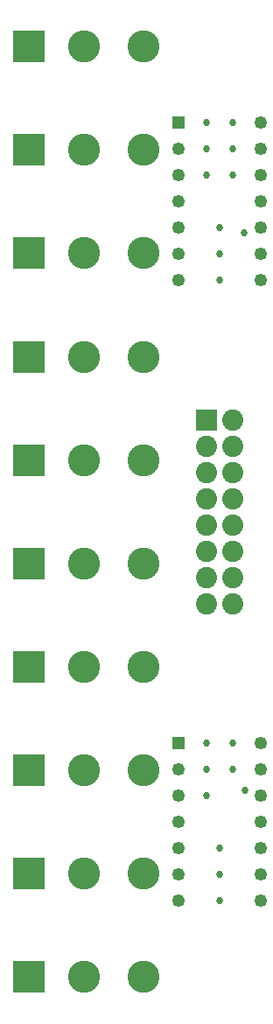
<source format=gts>
%FSLAX33Y33*%
%MOMM*%
%AMRect-W3100000-H3100000-RO0.500*
21,1,3.1,3.1,0.,0.,270*%
%ADD10C,0.68834*%
%ADD11C,3.1*%
%ADD12Rect-W3100000-H3100000-RO0.500*%
%ADD13R,1.25X1.25*%
%ADD14C,1.25*%
%ADD15R,2.049999X2.049999*%
%ADD16C,2.049999*%
D10*
%LNtop solder mask_traces*%
G01*
X18730Y27620D03*
X22500Y23050D03*
X20000Y17460D03*
X21270Y85080D03*
X20000Y14920D03*
X20000Y77460D03*
X20000Y74920D03*
X18730Y85080D03*
X18730Y82540D03*
X21270Y82540D03*
X20000Y72380D03*
X21270Y87620D03*
X21270Y27620D03*
X22400Y76950D03*
X18730Y22540D03*
X20000Y12380D03*
X18730Y87620D03*
X18730Y25080D03*
X21270Y25080D03*
%LNtop solder mask component 4c3a839cc4dba6ed*%
D11*
X6900Y5000D03*
X12700Y5000D03*
D12*
X1600Y5000D03*
%LNtop solder mask component ba0877bb6bc26cf2*%
D11*
X6900Y35000D03*
X12700Y35000D03*
D12*
X1600Y35000D03*
%LNtop solder mask component 9071adfbe8ae3b6c*%
D11*
X6900Y75000D03*
X12700Y75000D03*
D12*
X1600Y75000D03*
%LNtop solder mask component c93c00dc5441e820*%
D11*
X6900Y45000D03*
X12700Y45000D03*
D12*
X1600Y45000D03*
%LNtop solder mask component 516a5c75c69ad2a6*%
D11*
X6900Y65000D03*
X12700Y65000D03*
D12*
X1600Y65000D03*
%LNtop solder mask component 5a50b965c9c32fba*%
D13*
X16030Y87620D03*
D14*
X16030Y85080D03*
X16030Y82540D03*
X16030Y80000D03*
X16030Y77460D03*
X16030Y74920D03*
X16030Y72380D03*
X23970Y72380D03*
X23970Y74920D03*
X23970Y77460D03*
X23970Y80000D03*
X23970Y82540D03*
X23970Y85080D03*
X23970Y87620D03*
%LNtop solder mask component ae39ba31ac976df4*%
D11*
X6900Y95000D03*
X12700Y95000D03*
D12*
X1600Y95000D03*
%LNtop solder mask component 200ab983de98e639*%
D13*
X16030Y27620D03*
D14*
X16030Y25080D03*
X16030Y22540D03*
X16030Y20000D03*
X16030Y17460D03*
X16030Y14920D03*
X16030Y12380D03*
X23970Y12380D03*
X23970Y14920D03*
X23970Y17460D03*
X23970Y20000D03*
X23970Y22540D03*
X23970Y25080D03*
X23970Y27620D03*
%LNtop solder mask component 2ec5409f7aeb9a08*%
D11*
X6900Y25000D03*
X12700Y25000D03*
D12*
X1600Y25000D03*
%LNtop solder mask component 11c41314eb843edd*%
D11*
X6900Y15000D03*
X12700Y15000D03*
D12*
X1600Y15000D03*
%LNtop solder mask component 987a67062850e8ba*%
D11*
X6900Y85000D03*
X12700Y85000D03*
D12*
X1600Y85000D03*
%LNtop solder mask component 342f6c2ee5101998*%
D15*
X18730Y58890D03*
D16*
X18730Y56350D03*
X18730Y53810D03*
X18730Y51270D03*
X18730Y48730D03*
X18730Y46190D03*
X18730Y43650D03*
X18730Y41110D03*
X21270Y58890D03*
X21270Y56350D03*
X21270Y53810D03*
X21270Y51270D03*
X21270Y48730D03*
X21270Y46190D03*
X21270Y43650D03*
X21270Y41110D03*
%LNtop solder mask component fe42edb4fd5de6d8*%
D11*
X6900Y55000D03*
X12700Y55000D03*
D12*
X1600Y55000D03*
M02*
</source>
